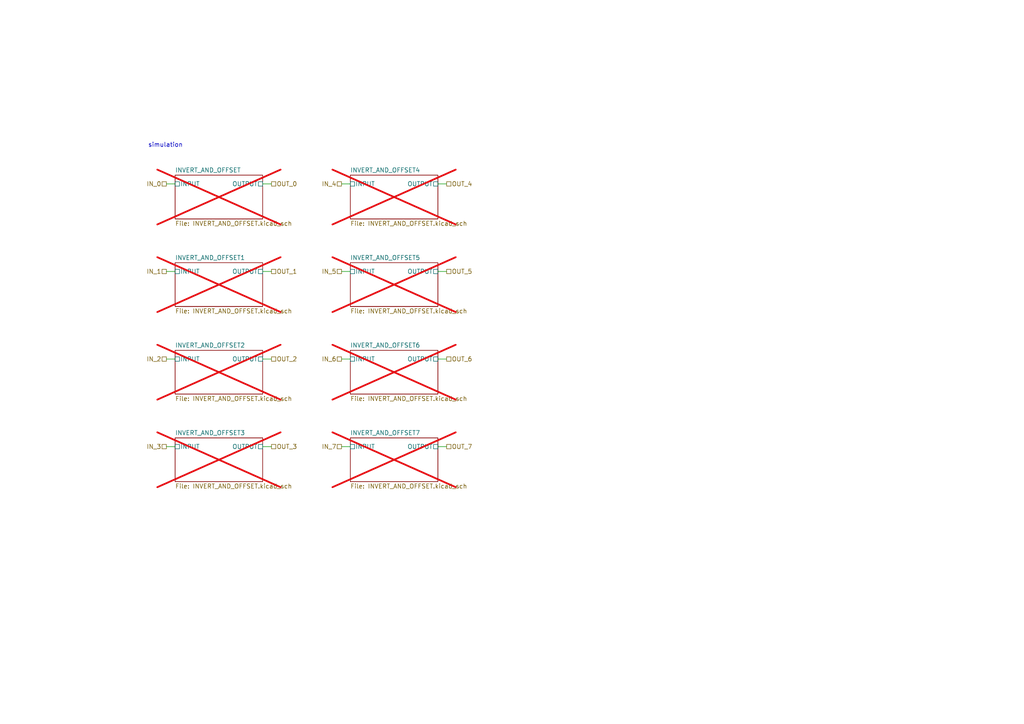
<source format=kicad_sch>
(kicad_sch
	(version 20250114)
	(generator "eeschema")
	(generator_version "9.0")
	(uuid "90e24bb9-f10f-4b83-ac24-c2b24b707dee")
	(paper "A4")
	(lib_symbols)
	(text "simulation"
		(exclude_from_sim no)
		(at 48.006 42.164 0)
		(effects
			(font
				(size 1.27 1.27)
			)
			(href "https://www.falstad.com/circuit/circuitjs.html?ctz=CQAgjCAMB0l3BWEAWaA2ATGNBmHmwEAOATg2RJAUipRyoFMBaMMAKAEMQW1wyQSvMPyIgc0ejTDx44aCSLwsuNAHYSyDKtFh56kgcNGDOmZDYAnbtnCreLDDrtQq08wHdrQ5zwG9zVr6CfiFS1HBsnsHRQvweIcIYtrFJ8Q5O9onJUJZeIBiQoun5hS5uEQBK1o4lRWDOBaI0NMg04pIuMAi5vo15jk3g4eYA5v1Edbw4kMidbFUs-PX2GAje-mIozdDIyEgY0GA4g11sAPYgvIOtCrQwcISYSDSiU3e09IOi9NJlbWxAA")
		)
		(uuid "924acfe5-0809-40bd-8d6a-c4b311b2f24d")
	)
	(wire
		(pts
			(xy 99.06 53.34) (xy 101.6 53.34)
		)
		(stroke
			(width 0)
			(type default)
		)
		(uuid "228c677e-ec79-4919-af48-a34b43c8010a")
	)
	(wire
		(pts
			(xy 48.26 129.54) (xy 50.8 129.54)
		)
		(stroke
			(width 0)
			(type default)
		)
		(uuid "23733cd4-d55f-4ba7-8ae3-6d5a50492cd0")
	)
	(wire
		(pts
			(xy 76.2 78.74) (xy 78.74 78.74)
		)
		(stroke
			(width 0)
			(type default)
		)
		(uuid "26e3fbcd-e9e6-4788-8c5f-eaaf5397f172")
	)
	(wire
		(pts
			(xy 48.26 104.14) (xy 50.8 104.14)
		)
		(stroke
			(width 0)
			(type default)
		)
		(uuid "51031bc1-4b9b-4c72-8cd4-50fd1d562d4d")
	)
	(wire
		(pts
			(xy 76.2 53.34) (xy 78.74 53.34)
		)
		(stroke
			(width 0)
			(type default)
		)
		(uuid "5a5441e2-0a8d-499f-9460-945a7690bb81")
	)
	(wire
		(pts
			(xy 127 104.14) (xy 129.54 104.14)
		)
		(stroke
			(width 0)
			(type default)
		)
		(uuid "5e6f6a77-24d5-4afe-bdec-8512b9a80141")
	)
	(wire
		(pts
			(xy 76.2 104.14) (xy 78.74 104.14)
		)
		(stroke
			(width 0)
			(type default)
		)
		(uuid "70f0200a-6b65-4c57-b58c-251819a558f9")
	)
	(wire
		(pts
			(xy 99.06 129.54) (xy 101.6 129.54)
		)
		(stroke
			(width 0)
			(type default)
		)
		(uuid "7bcc9864-b4fa-4a5a-a15f-f23be2d3554c")
	)
	(wire
		(pts
			(xy 127 78.74) (xy 129.54 78.74)
		)
		(stroke
			(width 0)
			(type default)
		)
		(uuid "7ff50bc6-2dcc-416a-9227-d683dab1a1a0")
	)
	(wire
		(pts
			(xy 48.26 53.34) (xy 50.8 53.34)
		)
		(stroke
			(width 0)
			(type default)
		)
		(uuid "a0539978-27dd-4dc6-87f0-5f43a6307b72")
	)
	(wire
		(pts
			(xy 76.2 129.54) (xy 78.74 129.54)
		)
		(stroke
			(width 0)
			(type default)
		)
		(uuid "a9de1e2d-d8db-4448-8105-000acff7ac7b")
	)
	(wire
		(pts
			(xy 127 129.54) (xy 129.54 129.54)
		)
		(stroke
			(width 0)
			(type default)
		)
		(uuid "ae2468c4-65fd-4dcc-af01-0716f20a8d73")
	)
	(wire
		(pts
			(xy 127 53.34) (xy 129.54 53.34)
		)
		(stroke
			(width 0)
			(type default)
		)
		(uuid "c0b2999b-04d8-46ba-a17c-6ba91b69a50a")
	)
	(wire
		(pts
			(xy 48.26 78.74) (xy 50.8 78.74)
		)
		(stroke
			(width 0)
			(type default)
		)
		(uuid "c3fad15f-f00c-41b1-9a45-af8eb4b1c6ac")
	)
	(wire
		(pts
			(xy 99.06 104.14) (xy 101.6 104.14)
		)
		(stroke
			(width 0)
			(type default)
		)
		(uuid "e6e44ef3-696d-46c8-8d7a-9c86de9d908e")
	)
	(wire
		(pts
			(xy 99.06 78.74) (xy 101.6 78.74)
		)
		(stroke
			(width 0)
			(type default)
		)
		(uuid "fc9f8be4-53eb-4034-ab9e-05054bfec79d")
	)
	(hierarchical_label "IN_5"
		(shape passive)
		(at 99.06 78.74 180)
		(effects
			(font
				(size 1.27 1.27)
			)
			(justify right)
		)
		(uuid "036bf715-912e-4128-8127-b0f18aea3636")
	)
	(hierarchical_label "IN_7"
		(shape passive)
		(at 99.06 129.54 180)
		(effects
			(font
				(size 1.27 1.27)
			)
			(justify right)
		)
		(uuid "25e4fb69-a55f-42b9-bd6c-58e469fbfa9c")
	)
	(hierarchical_label "OUT_4"
		(shape passive)
		(at 129.54 53.34 0)
		(effects
			(font
				(size 1.27 1.27)
			)
			(justify left)
		)
		(uuid "313fb109-461f-4ccc-aebe-0d2bbf991863")
	)
	(hierarchical_label "OUT_5"
		(shape passive)
		(at 129.54 78.74 0)
		(effects
			(font
				(size 1.27 1.27)
			)
			(justify left)
		)
		(uuid "3624d70b-db25-4385-8919-7c6a5b22a765")
	)
	(hierarchical_label "OUT_2"
		(shape passive)
		(at 78.74 104.14 0)
		(effects
			(font
				(size 1.27 1.27)
			)
			(justify left)
		)
		(uuid "3f8cef54-8efd-4ead-9556-fc3b7ad28db7")
	)
	(hierarchical_label "IN_3"
		(shape passive)
		(at 48.26 129.54 180)
		(effects
			(font
				(size 1.27 1.27)
			)
			(justify right)
		)
		(uuid "47cd1bb0-0f13-4a12-ba7f-e6164b5fdcb7")
	)
	(hierarchical_label "IN_4"
		(shape passive)
		(at 99.06 53.34 180)
		(effects
			(font
				(size 1.27 1.27)
			)
			(justify right)
		)
		(uuid "4bae98e5-0637-418e-899d-05ce1d213d3c")
	)
	(hierarchical_label "IN_0"
		(shape passive)
		(at 48.26 53.34 180)
		(effects
			(font
				(size 1.27 1.27)
			)
			(justify right)
		)
		(uuid "4d2ebdd1-f338-47cb-8128-66f63e67d79e")
	)
	(hierarchical_label "OUT_0"
		(shape passive)
		(at 78.74 53.34 0)
		(effects
			(font
				(size 1.27 1.27)
			)
			(justify left)
		)
		(uuid "95cd6853-74b1-459d-a9d6-58c93075f31a")
	)
	(hierarchical_label "IN_2"
		(shape passive)
		(at 48.26 104.14 180)
		(effects
			(font
				(size 1.27 1.27)
			)
			(justify right)
		)
		(uuid "a5b64849-363a-4bb0-9436-8e26a00ec62e")
	)
	(hierarchical_label "IN_6"
		(shape passive)
		(at 99.06 104.14 180)
		(effects
			(font
				(size 1.27 1.27)
			)
			(justify right)
		)
		(uuid "baac120b-a239-4e68-8db3-d1912c069cbf")
	)
	(hierarchical_label "OUT_1"
		(shape passive)
		(at 78.74 78.74 0)
		(effects
			(font
				(size 1.27 1.27)
			)
			(justify left)
		)
		(uuid "ca516fbc-08f9-4bc2-9923-ca2dc85560b8")
	)
	(hierarchical_label "OUT_6"
		(shape passive)
		(at 129.54 104.14 0)
		(effects
			(font
				(size 1.27 1.27)
			)
			(justify left)
		)
		(uuid "d7d4b365-663b-4c3b-b0cf-5306c715a7d8")
	)
	(hierarchical_label "OUT_3"
		(shape passive)
		(at 78.74 129.54 0)
		(effects
			(font
				(size 1.27 1.27)
			)
			(justify left)
		)
		(uuid "da56af14-e4d2-4f21-87de-5578cebcffac")
	)
	(hierarchical_label "IN_1"
		(shape passive)
		(at 48.26 78.74 180)
		(effects
			(font
				(size 1.27 1.27)
			)
			(justify right)
		)
		(uuid "e140b3a0-7a02-437b-8943-b11b2bcea8ad")
	)
	(hierarchical_label "OUT_7"
		(shape passive)
		(at 129.54 129.54 0)
		(effects
			(font
				(size 1.27 1.27)
			)
			(justify left)
		)
		(uuid "f32732fc-dd38-4a1f-a9aa-f42649a6ba08")
	)
	(sheet
		(at 50.8 101.6)
		(size 25.4 12.7)
		(exclude_from_sim no)
		(in_bom no)
		(on_board no)
		(dnp yes)
		(fields_autoplaced yes)
		(stroke
			(width 0.1524)
			(type solid)
		)
		(fill
			(color 0 0 0 0.0000)
		)
		(uuid "09f61d21-4a2b-45e2-8853-b9af0ae4824d")
		(property "Sheetname" "INVERT_AND_OFFSET2"
			(at 50.8 100.8884 0)
			(effects
				(font
					(size 1.27 1.27)
				)
				(justify left bottom)
			)
		)
		(property "Sheetfile" "INVERT_AND_OFFSET.kicad_sch"
			(at 50.8 114.8846 0)
			(effects
				(font
					(size 1.27 1.27)
				)
				(justify left top)
			)
		)
		(pin "INPUT" passive
			(at 50.8 104.14 180)
			(uuid "93fea2bd-6179-48fa-85eb-507d00182a61")
			(effects
				(font
					(size 1.27 1.27)
				)
				(justify left)
			)
		)
		(pin "OUTPUT" passive
			(at 76.2 104.14 0)
			(uuid "a88bd593-0cca-437a-aacf-2e1491eb4149")
			(effects
				(font
					(size 1.27 1.27)
				)
				(justify right)
			)
		)
		(instances
			(project "grid-devkit-vnsx"
				(path "/e5217a0c-7f55-4c30-adda-7f8d95709d1b/e6957b9f-39bc-40b3-b6fa-42c41eee31a7"
					(page "15")
				)
			)
		)
	)
	(sheet
		(at 50.8 50.8)
		(size 25.4 12.7)
		(exclude_from_sim no)
		(in_bom no)
		(on_board no)
		(dnp yes)
		(fields_autoplaced yes)
		(stroke
			(width 0.1524)
			(type solid)
		)
		(fill
			(color 0 0 0 0.0000)
		)
		(uuid "33448a19-b58d-4ff0-94fd-9676e3eda940")
		(property "Sheetname" "INVERT_AND_OFFSET"
			(at 50.8 50.0884 0)
			(effects
				(font
					(size 1.27 1.27)
				)
				(justify left bottom)
			)
		)
		(property "Sheetfile" "INVERT_AND_OFFSET.kicad_sch"
			(at 50.8 64.0846 0)
			(effects
				(font
					(size 1.27 1.27)
				)
				(justify left top)
			)
		)
		(pin "INPUT" passive
			(at 50.8 53.34 180)
			(uuid "e0587feb-0ebc-443e-aaae-5e307bb6f4b7")
			(effects
				(font
					(size 1.27 1.27)
				)
				(justify left)
			)
		)
		(pin "OUTPUT" passive
			(at 76.2 53.34 0)
			(uuid "97cf1147-7b9e-49c0-b47d-b73af1a431a1")
			(effects
				(font
					(size 1.27 1.27)
				)
				(justify right)
			)
		)
		(instances
			(project "grid-devkit-vnsx"
				(path "/e5217a0c-7f55-4c30-adda-7f8d95709d1b/e6957b9f-39bc-40b3-b6fa-42c41eee31a7"
					(page "13")
				)
			)
		)
	)
	(sheet
		(at 101.6 127)
		(size 25.4 12.7)
		(exclude_from_sim no)
		(in_bom no)
		(on_board no)
		(dnp yes)
		(fields_autoplaced yes)
		(stroke
			(width 0.1524)
			(type solid)
		)
		(fill
			(color 0 0 0 0.0000)
		)
		(uuid "63beea73-3956-4dca-969f-f58f589259e2")
		(property "Sheetname" "INVERT_AND_OFFSET7"
			(at 101.6 126.2884 0)
			(effects
				(font
					(size 1.27 1.27)
				)
				(justify left bottom)
			)
		)
		(property "Sheetfile" "INVERT_AND_OFFSET.kicad_sch"
			(at 101.6 140.2846 0)
			(effects
				(font
					(size 1.27 1.27)
				)
				(justify left top)
			)
		)
		(pin "INPUT" passive
			(at 101.6 129.54 180)
			(uuid "98786236-cb01-4695-8e3b-26f45ae50595")
			(effects
				(font
					(size 1.27 1.27)
				)
				(justify left)
			)
		)
		(pin "OUTPUT" passive
			(at 127 129.54 0)
			(uuid "a268cb26-73d8-45d8-b85d-02c7ac4a20d9")
			(effects
				(font
					(size 1.27 1.27)
				)
				(justify right)
			)
		)
		(instances
			(project "grid-devkit-vnsx"
				(path "/e5217a0c-7f55-4c30-adda-7f8d95709d1b/e6957b9f-39bc-40b3-b6fa-42c41eee31a7"
					(page "20")
				)
			)
		)
	)
	(sheet
		(at 101.6 101.6)
		(size 25.4 12.7)
		(exclude_from_sim no)
		(in_bom no)
		(on_board no)
		(dnp yes)
		(fields_autoplaced yes)
		(stroke
			(width 0.1524)
			(type solid)
		)
		(fill
			(color 0 0 0 0.0000)
		)
		(uuid "ac59542f-d8ec-49ac-9624-6378e012c12c")
		(property "Sheetname" "INVERT_AND_OFFSET6"
			(at 101.6 100.8884 0)
			(effects
				(font
					(size 1.27 1.27)
				)
				(justify left bottom)
			)
		)
		(property "Sheetfile" "INVERT_AND_OFFSET.kicad_sch"
			(at 101.6 114.8846 0)
			(effects
				(font
					(size 1.27 1.27)
				)
				(justify left top)
			)
		)
		(pin "INPUT" passive
			(at 101.6 104.14 180)
			(uuid "56491306-108b-4c47-a165-a08717e47823")
			(effects
				(font
					(size 1.27 1.27)
				)
				(justify left)
			)
		)
		(pin "OUTPUT" passive
			(at 127 104.14 0)
			(uuid "738e60c8-ecf2-4100-8446-a7848648e677")
			(effects
				(font
					(size 1.27 1.27)
				)
				(justify right)
			)
		)
		(instances
			(project "grid-devkit-vnsx"
				(path "/e5217a0c-7f55-4c30-adda-7f8d95709d1b/e6957b9f-39bc-40b3-b6fa-42c41eee31a7"
					(page "19")
				)
			)
		)
	)
	(sheet
		(at 101.6 50.8)
		(size 25.4 12.7)
		(exclude_from_sim no)
		(in_bom no)
		(on_board no)
		(dnp yes)
		(fields_autoplaced yes)
		(stroke
			(width 0.1524)
			(type solid)
		)
		(fill
			(color 0 0 0 0.0000)
		)
		(uuid "b018c709-252d-466d-a4d1-cf1b9734f1dd")
		(property "Sheetname" "INVERT_AND_OFFSET4"
			(at 101.6 50.0884 0)
			(effects
				(font
					(size 1.27 1.27)
				)
				(justify left bottom)
			)
		)
		(property "Sheetfile" "INVERT_AND_OFFSET.kicad_sch"
			(at 101.6 64.0846 0)
			(effects
				(font
					(size 1.27 1.27)
				)
				(justify left top)
			)
		)
		(pin "INPUT" passive
			(at 101.6 53.34 180)
			(uuid "1168f872-bf8b-4997-a4d6-0367b180cc5e")
			(effects
				(font
					(size 1.27 1.27)
				)
				(justify left)
			)
		)
		(pin "OUTPUT" passive
			(at 127 53.34 0)
			(uuid "543eacb3-c870-4b10-880a-476d2b3f5252")
			(effects
				(font
					(size 1.27 1.27)
				)
				(justify right)
			)
		)
		(instances
			(project "grid-devkit-vnsx"
				(path "/e5217a0c-7f55-4c30-adda-7f8d95709d1b/e6957b9f-39bc-40b3-b6fa-42c41eee31a7"
					(page "17")
				)
			)
		)
	)
	(sheet
		(at 101.6 76.2)
		(size 25.4 12.7)
		(exclude_from_sim no)
		(in_bom no)
		(on_board no)
		(dnp yes)
		(fields_autoplaced yes)
		(stroke
			(width 0.1524)
			(type solid)
		)
		(fill
			(color 0 0 0 0.0000)
		)
		(uuid "c1763f5e-984f-4ab9-99c4-9744f297afe3")
		(property "Sheetname" "INVERT_AND_OFFSET5"
			(at 101.6 75.4884 0)
			(effects
				(font
					(size 1.27 1.27)
				)
				(justify left bottom)
			)
		)
		(property "Sheetfile" "INVERT_AND_OFFSET.kicad_sch"
			(at 101.6 89.4846 0)
			(effects
				(font
					(size 1.27 1.27)
				)
				(justify left top)
			)
		)
		(pin "INPUT" passive
			(at 101.6 78.74 180)
			(uuid "3de41cbd-7e62-4b8c-9493-774853e91dc9")
			(effects
				(font
					(size 1.27 1.27)
				)
				(justify left)
			)
		)
		(pin "OUTPUT" passive
			(at 127 78.74 0)
			(uuid "0501428b-1a6a-48e5-947e-fa3c6e4d23cc")
			(effects
				(font
					(size 1.27 1.27)
				)
				(justify right)
			)
		)
		(instances
			(project "grid-devkit-vnsx"
				(path "/e5217a0c-7f55-4c30-adda-7f8d95709d1b/e6957b9f-39bc-40b3-b6fa-42c41eee31a7"
					(page "18")
				)
			)
		)
	)
	(sheet
		(at 50.8 127)
		(size 25.4 12.7)
		(exclude_from_sim no)
		(in_bom no)
		(on_board no)
		(dnp yes)
		(fields_autoplaced yes)
		(stroke
			(width 0.1524)
			(type solid)
		)
		(fill
			(color 0 0 0 0.0000)
		)
		(uuid "da263848-1d8f-422c-a8e1-20de463ca9fe")
		(property "Sheetname" "INVERT_AND_OFFSET3"
			(at 50.8 126.2884 0)
			(effects
				(font
					(size 1.27 1.27)
				)
				(justify left bottom)
			)
		)
		(property "Sheetfile" "INVERT_AND_OFFSET.kicad_sch"
			(at 50.8 140.2846 0)
			(effects
				(font
					(size 1.27 1.27)
				)
				(justify left top)
			)
		)
		(pin "INPUT" passive
			(at 50.8 129.54 180)
			(uuid "668ede5a-a6e9-4a61-9e11-c0c3f7d85eef")
			(effects
				(font
					(size 1.27 1.27)
				)
				(justify left)
			)
		)
		(pin "OUTPUT" passive
			(at 76.2 129.54 0)
			(uuid "c9e45107-17b0-4db0-aa73-7fd06d893f7c")
			(effects
				(font
					(size 1.27 1.27)
				)
				(justify right)
			)
		)
		(instances
			(project "grid-devkit-vnsx"
				(path "/e5217a0c-7f55-4c30-adda-7f8d95709d1b/e6957b9f-39bc-40b3-b6fa-42c41eee31a7"
					(page "16")
				)
			)
		)
	)
	(sheet
		(at 50.8 76.2)
		(size 25.4 12.7)
		(exclude_from_sim no)
		(in_bom no)
		(on_board no)
		(dnp yes)
		(fields_autoplaced yes)
		(stroke
			(width 0.1524)
			(type solid)
		)
		(fill
			(color 0 0 0 0.0000)
		)
		(uuid "e031fb9f-14b0-458e-86d1-4681a59bf3f4")
		(property "Sheetname" "INVERT_AND_OFFSET1"
			(at 50.8 75.4884 0)
			(effects
				(font
					(size 1.27 1.27)
				)
				(justify left bottom)
			)
		)
		(property "Sheetfile" "INVERT_AND_OFFSET.kicad_sch"
			(at 50.8 89.4846 0)
			(effects
				(font
					(size 1.27 1.27)
				)
				(justify left top)
			)
		)
		(pin "INPUT" passive
			(at 50.8 78.74 180)
			(uuid "14b34e16-b0e0-42d6-bee6-9061cae44e5e")
			(effects
				(font
					(size 1.27 1.27)
				)
				(justify left)
			)
		)
		(pin "OUTPUT" passive
			(at 76.2 78.74 0)
			(uuid "d1eeb806-fee6-4d78-a566-1faeb0eb9c65")
			(effects
				(font
					(size 1.27 1.27)
				)
				(justify right)
			)
		)
		(instances
			(project "grid-devkit-vnsx"
				(path "/e5217a0c-7f55-4c30-adda-7f8d95709d1b/e6957b9f-39bc-40b3-b6fa-42c41eee31a7"
					(page "14")
				)
			)
		)
	)
)

</source>
